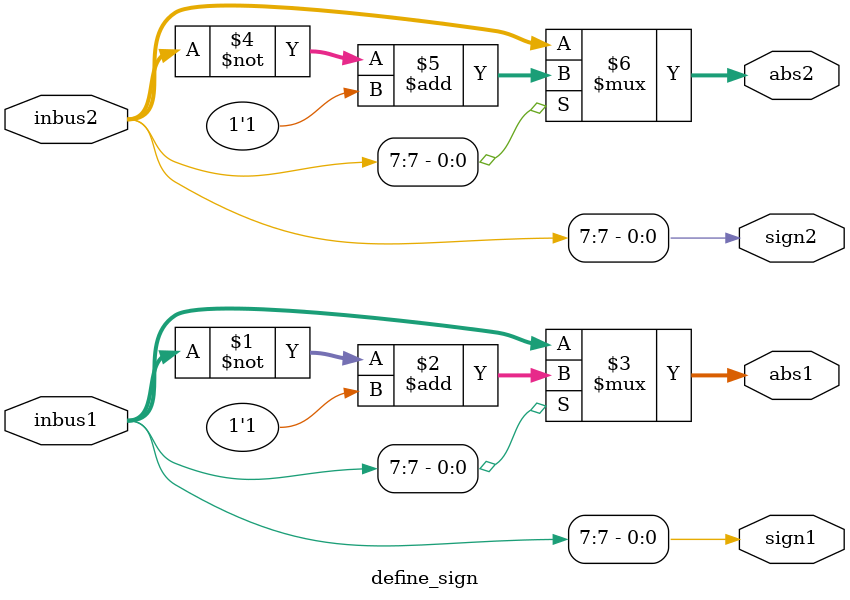
<source format=v>
module define_sign(
input signed [7:0] inbus1,inbus2,
output sign1,sign2,
output [7:0] abs1,abs2
);

assign sign1=inbus1[7];
assign sign2=inbus2[7];
assign abs1=sign1 ? (~inbus1+1'b1) : inbus1;
assign abs2=sign2 ? (~inbus2+1'b1) : inbus2;

endmodule
</source>
